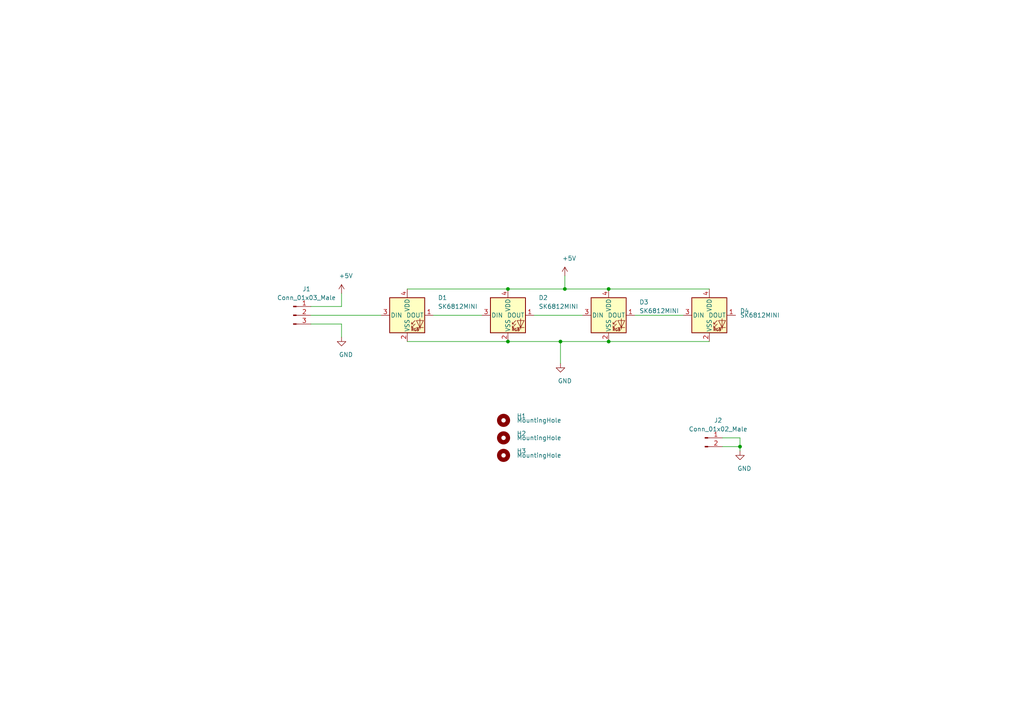
<source format=kicad_sch>
(kicad_sch (version 20200618) (host eeschema "(5.99.0-2195-g476558ece)")
  (page 1 1)
  (paper "A4")
  (lib_symbols
    (symbol "Connector:Conn_01x02_Male" (pin_names hide)
      (property "Reference" "J" (at 0 2.54 0))
      (property "Value" "Conn_01x02_Male" (at 0 -5.08 0))
      (symbol "Conn_01x02_Male_1_1"
        (rectangle (start 0.8636 -2.413) (end 0 -2.667) (stroke (width 0.1524)) (fill (type outline)))
        (rectangle (start 0.8636 0.127) (end 0 -0.127) (stroke (width 0.1524)) (fill (type outline)))
        (polyline (pts (xy 1.27 -2.54) (xy 0.8636 -2.54)) (stroke (width 0.1524)))
        (polyline (pts (xy 1.27 0) (xy 0.8636 0)) (stroke (width 0.1524)))
        (pin passive line (at 5.08 0 180) (length 3.81) (name "Pin_1") (number "1"))
        (pin passive line (at 5.08 -2.54 180) (length 3.81) (name "Pin_2") (number "2"))
      )
    )
    (symbol "Connector:Conn_01x03_Male" (pin_names hide)
      (property "Reference" "J" (at 0 5.08 0))
      (property "Value" "Conn_01x03_Male" (at 0 -5.08 0))
      (symbol "Conn_01x03_Male_1_1"
        (rectangle (start 0.8636 -2.413) (end 0 -2.667) (stroke (width 0.1524)) (fill (type outline)))
        (rectangle (start 0.8636 0.127) (end 0 -0.127) (stroke (width 0.1524)) (fill (type outline)))
        (rectangle (start 0.8636 2.667) (end 0 2.413) (stroke (width 0.1524)) (fill (type outline)))
        (polyline (pts (xy 1.27 -2.54) (xy 0.8636 -2.54)) (stroke (width 0.1524)))
        (polyline (pts (xy 1.27 0) (xy 0.8636 0)) (stroke (width 0.1524)))
        (polyline (pts (xy 1.27 2.54) (xy 0.8636 2.54)) (stroke (width 0.1524)))
        (pin passive line (at 5.08 2.54 180) (length 3.81) (name "Pin_1") (number "1"))
        (pin passive line (at 5.08 0 180) (length 3.81) (name "Pin_2") (number "2"))
        (pin passive line (at 5.08 -2.54 180) (length 3.81) (name "Pin_3") (number "3"))
      )
    )
    (symbol "LED:SK6812MINI" (pin_names (offset 0.254))
      (property "Reference" "D" (at 5.08 5.715 0))
      (property "Value" "SK6812MINI" (at 1.27 -5.715 0))
      (symbol "SK6812MINI_0_0"
        (text "RGB" (at 2.286 -4.191 0) (effects (font (size 0.762 0.762))))
      )
      (symbol "SK6812MINI_0_1"
        (rectangle (start 5.08 5.08) (end -5.08 -5.08) (stroke (width 0.254)) (fill (type background)))
        (polyline (pts (xy 1.27 -3.556) (xy 1.778 -3.556)))
        (polyline (pts (xy 1.27 -2.54) (xy 1.778 -2.54)))
        (polyline (pts (xy 4.699 -3.556) (xy 2.667 -3.556)))
        (polyline (pts (xy 2.286 -2.54) (xy 1.27 -3.556) (xy 1.27 -3.048)))
        (polyline (pts (xy 2.286 -1.524) (xy 1.27 -2.54) (xy 1.27 -2.032)))
        (polyline (pts (xy 3.683 -1.016) (xy 3.683 -3.556) (xy 3.683 -4.064)))
        (polyline (pts (xy 4.699 -1.524) (xy 2.667 -1.524) (xy 3.683 -3.556) (xy 4.699 -1.524)))
      )
      (symbol "SK6812MINI_1_1"
        (pin output line (at 7.62 0 180) (length 2.54) (name "DOUT") (number "1"))
        (pin power_in line (at 0 -7.62 90) (length 2.54) (name "VSS") (number "2"))
        (pin input line (at -7.62 0 0) (length 2.54) (name "DIN") (number "3"))
        (pin power_in line (at 0 7.62 270) (length 2.54) (name "VDD") (number "4"))
      )
    )
    (symbol "Mechanical:MountingHole"
      (property "Reference" "H" (at 0 5.08 0))
      (property "Value" "MountingHole" (at 0 3.175 0))
      (symbol "MountingHole_0_1"
        (circle (center 0 0) (radius 1.27) (stroke (width 1.27)))
      )
    )
    (symbol "power:+5V" (power) (pin_names (offset 0))
      (property "Value" "+5V" (at 0 3.556 0))
      (symbol "+5V_0_1"
        (polyline (pts (xy -0.762 1.27) (xy 0 2.54)))
        (polyline (pts (xy 0 0) (xy 0 2.54)))
        (polyline (pts (xy 0 2.54) (xy 0.762 1.27)))
      )
      (symbol "+5V_1_1"
        (pin power_in line (at 0 0 90) (length 0) hide (name "+5V") (number "1"))
      )
    )
    (symbol "power:GND" (power) (pin_names (offset 0))
      (property "Value" "GND" (at 0 -3.81 0))
      (symbol "GND_0_1"
        (polyline (pts (xy 0 0) (xy 0 -1.27) (xy 1.27 -1.27) (xy 0 -2.54) (xy -1.27 -1.27) (xy 0 -1.27)))
      )
      (symbol "GND_1_1"
        (pin power_in line (at 0 0 270) (length 0) hide (name "GND") (number "1"))
      )
    )
  )
  (junction (at 147.32 83.82))
  (junction (at 147.32 99.06))
  (junction (at 162.56 99.06))
  (junction (at 163.83 83.82))
  (junction (at 176.53 83.82))
  (junction (at 176.53 99.06))
  (junction (at 214.63 129.54))
  (wire (pts (xy 90.17 88.9) (xy 99.06 88.9)))
  (wire (pts (xy 90.17 91.44) (xy 110.49 91.44)))
  (wire (pts (xy 90.17 93.98) (xy 99.06 93.98)))
  (wire (pts (xy 99.06 88.9) (xy 99.06 85.09)))
  (wire (pts (xy 99.06 93.98) (xy 99.06 97.79)))
  (wire (pts (xy 118.11 83.82) (xy 147.32 83.82)))
  (wire (pts (xy 118.11 99.06) (xy 147.32 99.06)))
  (wire (pts (xy 125.73 91.44) (xy 139.7 91.44)))
  (wire (pts (xy 147.32 83.82) (xy 163.83 83.82)))
  (wire (pts (xy 147.32 99.06) (xy 162.56 99.06)))
  (wire (pts (xy 154.94 91.44) (xy 168.91 91.44)))
  (wire (pts (xy 162.56 99.06) (xy 162.56 105.41)))
  (wire (pts (xy 162.56 99.06) (xy 176.53 99.06)))
  (wire (pts (xy 163.83 80.01) (xy 163.83 83.82)))
  (wire (pts (xy 163.83 83.82) (xy 176.53 83.82)))
  (wire (pts (xy 176.53 83.82) (xy 205.74 83.82)))
  (wire (pts (xy 176.53 99.06) (xy 205.74 99.06)))
  (wire (pts (xy 184.15 91.44) (xy 198.12 91.44)))
  (wire (pts (xy 209.55 127) (xy 214.63 127)))
  (wire (pts (xy 209.55 129.54) (xy 214.63 129.54)))
  (wire (pts (xy 214.63 127) (xy 214.63 129.54)))
  (wire (pts (xy 214.63 129.54) (xy 214.63 130.81)))
  (symbol (lib_id "power:+5V") (at 99.06 85.09 0) (unit 1)
    (property "Reference" "#PWR0101" (effects hide))
    (property "Value" "+5V" (at 100.33 80.01 0))
  )
  (symbol (lib_id "power:+5V") (at 163.83 80.01 0) (unit 1)
    (property "Reference" "#PWR0103" (effects hide))
    (property "Value" "+5V" (at 165.1 74.93 0))
  )
  (symbol (lib_id "power:GND") (at 99.06 97.79 0) (unit 1)
    (property "Reference" "#PWR0102" (effects hide))
    (property "Value" "GND" (at 100.33 102.87 0))
  )
  (symbol (lib_id "power:GND") (at 162.56 105.41 0) (unit 1)
    (property "Reference" "#PWR0105" (effects hide))
    (property "Value" "GND" (at 163.83 110.49 0))
  )
  (symbol (lib_id "power:GND") (at 214.63 130.81 0) (unit 1)
    (property "Reference" "#PWR0104" (effects hide))
    (property "Value" "GND" (at 215.9 135.89 0))
  )
  (symbol (lib_id "Mechanical:MountingHole") (at 146.05 121.92 0) (unit 1)
    (property "Reference" "H1" (at 149.86 120.65 0) (effects (justify left)))
    (property "Value" "MountingHole" (at 149.86 121.92 0) (effects (justify left)))
    (property "Footprint" "AcheronMountingHoles:ToolingHole_1.152mm_(for_JLCPCB_SMT)" (effects hide))
  )
  (symbol (lib_id "Mechanical:MountingHole") (at 146.05 127 0) (unit 1)
    (property "Reference" "H2" (at 149.86 125.73 0) (effects (justify left)))
    (property "Value" "MountingHole" (at 149.86 127 0) (effects (justify left)))
    (property "Footprint" "AcheronMountingHoles:ToolingHole_1.152mm_(for_JLCPCB_SMT)" (effects hide))
  )
  (symbol (lib_id "Mechanical:MountingHole") (at 146.05 132.08 0) (unit 1)
    (property "Reference" "H3" (at 149.86 130.81 0) (effects (justify left)))
    (property "Value" "MountingHole" (at 149.86 132.08 0) (effects (justify left)))
    (property "Footprint" "AcheronMountingHoles:ToolingHole_1.152mm_(for_JLCPCB_SMT)" (effects hide))
  )
  (symbol (lib_id "Connector:Conn_01x02_Male") (at 204.47 127 0) (unit 1)
    (property "Reference" "J2" (at 208.28 121.92 0))
    (property "Value" "Conn_01x02_Male" (at 208.28 124.46 0))
    (property "Footprint" "Connector_PinHeader_2.54mm:PinHeader_1x02_P2.54mm_Vertical" (effects hide))
  )
  (symbol (lib_id "Connector:Conn_01x03_Male") (at 85.09 91.44 0) (unit 1)
    (property "Reference" "J1" (at 88.9 83.82 0))
    (property "Value" "Conn_01x03_Male" (at 88.9 86.36 0))
    (property "Footprint" "Connector_PinHeader_2.54mm:PinHeader_1x03_P2.54mm_Vertical" (effects hide))
  )
  (symbol (lib_id "LED:SK6812MINI") (at 118.11 91.44 0) (unit 1)
    (property "Reference" "D1" (at 127 86.36 0) (effects (justify left)))
    (property "Value" "SK6812MINI" (at 127 88.9 0) (effects (justify left)))
    (property "Footprint" "LED_SMD:LED_SK6812MINI_PLCC4_3.5x3.5mm_P1.75mm" (effects hide))
    (property "Datasheet" "https://cdn-shop.adafruit.com/product-files/2686/SK6812MINI_REV.01-1-2.pdf" (effects hide))
  )
  (symbol (lib_id "LED:SK6812MINI") (at 147.32 91.44 0) (unit 1)
    (property "Reference" "D2" (at 156.21 86.36 0) (effects (justify left)))
    (property "Value" "SK6812MINI" (at 156.21 88.9 0) (effects (justify left)))
    (property "Footprint" "LED_SMD:LED_SK6812MINI_PLCC4_3.5x3.5mm_P1.75mm" (effects hide))
    (property "Datasheet" "https://cdn-shop.adafruit.com/product-files/2686/SK6812MINI_REV.01-1-2.pdf" (effects hide))
  )
  (symbol (lib_id "LED:SK6812MINI") (at 176.53 91.44 0) (unit 1)
    (property "Reference" "D3" (at 185.42 87.63 0) (effects (justify left)))
    (property "Value" "SK6812MINI" (at 185.42 90.17 0) (effects (justify left)))
    (property "Footprint" "LED_SMD:LED_SK6812MINI_PLCC4_3.5x3.5mm_P1.75mm" (effects hide))
    (property "Datasheet" "https://cdn-shop.adafruit.com/product-files/2686/SK6812MINI_REV.01-1-2.pdf" (effects hide))
  )
  (symbol (lib_id "LED:SK6812MINI") (at 205.74 91.44 0) (unit 1)
    (property "Reference" "D4" (at 214.63 90.17 0) (effects (justify left)))
    (property "Value" "SK6812MINI" (at 214.63 91.44 0) (effects (justify left)))
    (property "Footprint" "LED_SMD:LED_SK6812MINI_PLCC4_3.5x3.5mm_P1.75mm" (effects hide))
    (property "Datasheet" "https://cdn-shop.adafruit.com/product-files/2686/SK6812MINI_REV.01-1-2.pdf" (effects hide))
  )
)
</source>
